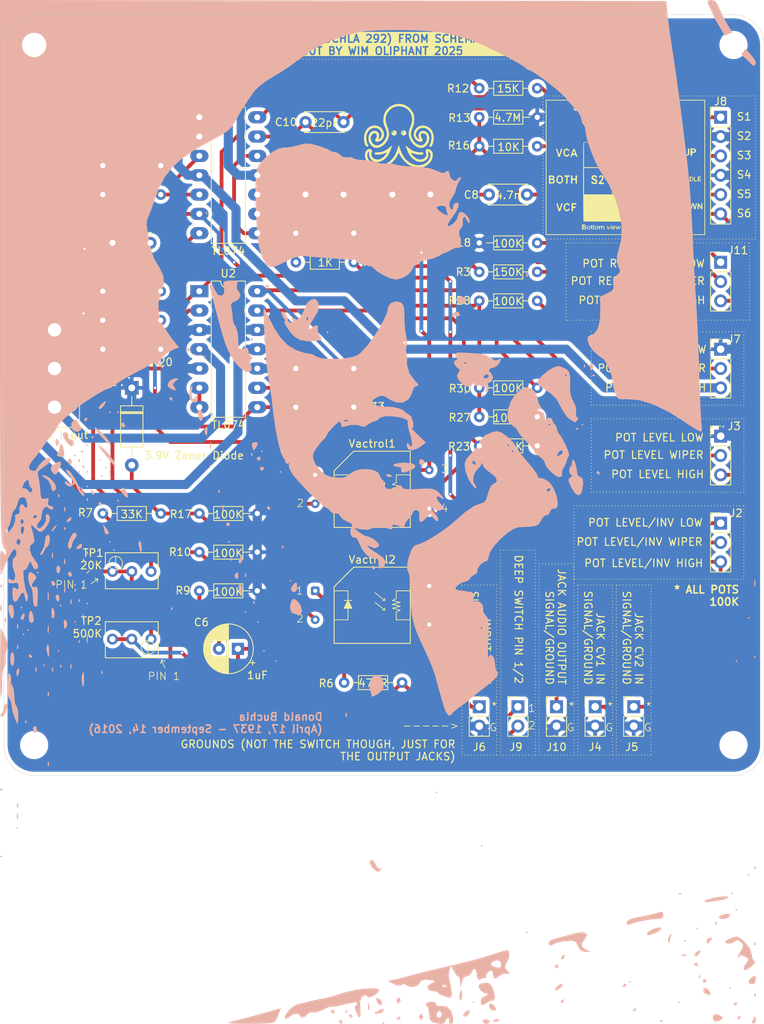
<source format=kicad_pcb>
(kicad_pcb (version 20240108) (generator "pcbnew") (generator_version "8.0")
  (layers (0 "F.Cu" signal) (31 "B.Cu" signal) (34 "B.Paste" user) (35 "F.Paste" user) (36 "B.SilkS" user "B.Silkscreen") (37 "F.SilkS" user "F.Silkscreen") (38 "B.Mask" user) (39 "F.Mask" user) (44 "Edge.Cuts" user))
  (net 0 "")
  (net 1 "Net-(C5-Pad2)")
  (net 2 "Net-(U1B--)")
  (net 3 "-12V")
  (net 4 "GND")
  (net 5 "+12V")
  (net 6 "/POTENTIOMETER_LEVEL_INVERT_L")
  (net 7 "/JACK_CV2_IN_SIGNAL")
  (net 8 "/POTENTIOMETER_LEVEL_INVERT_W")
  (net 9 "/POTENTIOMETER_LEVEL_W")
  (net 10 "/JACK_CV1_IN_SIGNAL")
  (net 11 "/JACK_AUDIO_INPUT_SIGNAL")
  (net 12 "/POTENTIOMETER_OFFSET_W")
  (net 13 "/3PDT_SWITCH_S5")
  (net 14 "/3PDT_SWITCH_S1")
  (net 15 "/3PDT_SWITCH_S6")
  (net 16 "/3PDT_SWITCH_S3")
  (net 17 "/SWITCH_DEEP_2")
  (net 18 "/SWITCH_DEEP_1")
  (net 19 "/JACK_AUDIO_OUT_SIGNAL")
  (net 20 "/POTENTIOMETER_RESONANCE_L")
  (net 21 "/POTENTIOMETER_RESONANCE_W")
  (net 22 "Net-(R33-Pad2)")
  (net 23 "Net-(Vactrol2--)")
  (net 24 "Net-(D1-A)")
  (net 25 "Net-(R7-Pad2)")
  (net 26 "Net-(U1B-+)")
  (net 27 "Net-(U1A-+)")
  (net 28 "Net-(R11-Pad2)")
  (net 29 "Net-(U1A--)")
  (net 30 "Net-(U1C-+)")
  (net 31 "Net-(U1C--)")
  (net 32 "Net-(U1D-+)")
  (net 33 "Net-(U2A--)")
  (net 34 "Net-(U2D--)")
  (net 35 "Net-(R30-Pad2)")
  (net 36 "Net-(U2C--)")
  (net 37 "Net-(U2B--)")
  (net 38 "Net-(C7-Pad2)")
  (net 39 "Net-(Vactrol1--)")
  (footprint "Resistor_THT:R_Axial_DIN0204_L3.6mm_D1.6mm_P7.62mm_Horizontal" (layer "F.Cu") (at 162.56 67.31)
    (property "Reference" "R16")
    (property "Value" "10K")
  )
  (footprint "Resistor_THT:R_Axial_DIN0204_L3.6mm_D1.6mm_P7.62mm_Horizontal" (layer "F.Cu") (at 125.73 125.73)
    (property "Reference" "R9")
    (property "Value" "100K")
  )
  (footprint "Resistor_THT:R_Axial_DIN0204_L3.6mm_D1.6mm_P7.62mm_Horizontal" (layer "F.Cu") (at 113.03 69.85)
    (property "Reference" "R11")
    (property "Value" "15K")
  )
  (footprint "Connector_PinHeader_2.54mm:PinHeader_1x06_P2.54mm_Vertical" (layer "F.Cu") (at 194.31 63.5)
    (property "Reference" "J8")
    (property "Value" "Conn_01x06_Pin" (hide yes))
  )
  (footprint "Connector_PinHeader_2.54mm:PinHeader_1x02_P2.54mm_Vertical" (layer "F.Cu") (at 172.72 140.97)
    (property "Reference" "J10")
    (property "Value" "Conn_01x02_Pin" (hide yes))
  )
  (footprint "Resistor_THT:R_Axial_DIN0204_L3.6mm_D1.6mm_P7.62mm_Horizontal" (layer "F.Cu") (at 144.78 137.795)
    (property "Reference" "R6")
    (property "Value" "470R")
  )
  (footprint "Connector_Samtec_HPM_THT:Samtec_HPM-03-01-x-S_Straight_1x03_Pitch5.08mm" (layer "F.Cu") (at 106.68 91.44)
    (property "Reference" "J1")
    (property "Value" "power input")
  )
  (footprint "Potentiometer_THT:Potentiometer_Bourns_3266Y_Vertical" (layer "F.Cu") (at 114.3 123.19 180)
    (property "Reference" "TP1")
    (property "Value" "20K")
  )
  (footprint "Connector_PinHeader_2.54mm:PinHeader_1x02_P2.54mm_Vertical" (layer "F.Cu") (at 162.56 140.97)
    (property "Reference" "J6")
    (property "Value" "Conn_01x02_Pin" (hide yes))
  )
  (footprint "Connector_PinHeader_2.54mm:PinHeader_1x02_P2.54mm_Vertical" (layer "F.Cu") (at 177.8 140.97)
    (property "Reference" "J4")
    (property "Value" "Conn_01x02_Pin" (hide yes))
  )
  (footprint "Resistor_THT:R_Axial_DIN0204_L3.6mm_D1.6mm_P7.62mm_Horizontal" (layer "F.Cu") (at 162.56 99.06)
    (property "Reference" "R30")
    (property "Value" "100K")
  )
  (footprint "Connector_PinHeader_2.54mm:PinHeader_1x03_P2.54mm_Vertical" (layer "F.Cu") (at 194.31 93.98)
    (property "Reference" "J7")
    (property "Value" "Conn_01x03_Pin" (hide yes))
  )
  (footprint "Capacitor_THT:C_Disc_D5.0mm_W2.5mm_P5.00mm" (layer "F.Cu") (at 114.3 80.01)
    (property "Reference" "C5")
    (property "Value" "2nF")
  )
  (footprint "Resistor_THT:R_Axial_DIN0204_L3.6mm_D1.6mm_P7.62mm_Horizontal" (layer "F.Cu") (at 146.05 101.6 180)
    (property "Reference" "R33")
    (property "Value" "100K")
  )
  (footprint "Capacitor_THT:C_Disc_D5.0mm_W2.5mm_P5.00mm" (layer "F.Cu") (at 139.7 73.66)
    (property "Reference" "C9")
    (property "Value" "1nF")
  )
  (footprint "LOGO" (layer "F.Cu") (at 181.81 70.02)
    (property "Reference" "G***" (hide yes))
    (property "Value" "LOGO" (hide yes))
  )
  (footprint "OptoDevice:PerkinElmer_VTL5C" (layer "F.Cu") (at 140.97 110.49)
    (property "Reference" "Vactrol1")
    (property "Value" "VTL5C3 Vactrol" (hide yes))
  )
  (footprint "Resistor_THT:R_Axial_DIN0204_L3.6mm_D1.6mm_P7.62mm_Horizontal" (layer "F.Cu") (at 162.56 63.5)
    (property "Reference" "R13")
    (property "Value" "4.7M")
  )
  (footprint "Diode_THT:D_A-405_P10.16mm_Horizontal" (layer "F.Cu") (at 116.84 99.06 -90)
    (property "Reference" "D1")
    (property "Value" "3.9V Zener Diode")
  )
  (footprint "Capacitor_THT:CP_Radial_D6.3mm_P2.50mm" (layer "F.Cu") (at 130.81 133.35 180)
    (property "Reference" "C6")
    (property "Value" "1uF")
  )
  (footprint "Resistor_THT:R_Axial_DIN0204_L3.6mm_D1.6mm_P7.62mm_Horizontal" (layer "F.Cu") (at 120.65 115.57 180)
    (property "Reference" "R7")
    (property "Value" "33K")
  )
  (footprint "Resistor_THT:R_Axial_DIN0204_L3.6mm_D1.6mm_P7.62mm_Horizontal" (layer "F.Cu") (at 113.03 90.17)
    (property "Reference" "R4")
    (property "Value" "470K")
  )
  (footprint "Resistor_THT:R_Axial_DIN0204_L3.6mm_D1.6mm_P7.62mm_Horizontal" (layer "F.Cu") (at 113.03 86.36)
    (property "Reference" "R5")
    (property "Value" "100K")
  )
  (footprint "MountingHole:MountingHole_3.2mm_M3" (layer "F.Cu") (at 104 54)
    (property "Reference" "REF**" (hide yes))
    (property "Value" "MountingHole_3.2mm_M3" (hide yes))
  )
  (footprint "Connector_PinHeader_2.54mm:PinHeader_1x03_P2.54mm_Vertical" (layer "F.Cu") (at 194.31 116.84)
    (property "Reference" "J2")
    (property "Value" "Conn_01x03_Pin" (hide yes))
  )
  (footprint "Resistor_THT:R_Axial_DIN0204_L3.6mm_D1.6mm_P7.62mm_Horizontal" (layer "F.Cu") (at 162.56 106.68)
    (property "Reference" "R23")
    (property "Value" "100K")
  )
  (footprint "Resistor_THT:R_Axial_DIN0204_L3.6mm_D1.6mm_P7.62mm_Horizontal" (layer "F.Cu") (at 125.73 120.65)
    (property "Reference" "R10")
    (property "Value" "100K")
  )
  (footprint "Capacitor_THT:C_Disc_D5.0mm_W2.5mm_P5.00mm" (layer "F.Cu") (at 163.83 73.66)
    (property "Reference" "C8")
    (property "Value" "4.7n")
  )
  (footprint "Resistor_THT:R_Axial_DIN0204_L3.6mm_D1.6mm_P7.62mm_Horizontal" (layer "F.Cu") (at 113.03 73.66)
    (property "Reference" "R8")
    (property "Value" "10K")
  )
  (footprint "Package_DIP:DIP-14_W7.62mm_LongPads" (layer "F.Cu") (at 125.73 86.36)
    (property "Reference" "U2")
    (property "Value" "TL074")
  )
  (footprint "Resistor_THT:R_Axial_DIN0204_L3.6mm_D1.6mm_P7.62mm_Horizontal" (layer "F.Cu") (at 138.43 78.74)
    (property "Reference" "R14")
    (property "Value" "10K")
  )
  (footprint "Package_DIP:DIP-14_W7.62mm_LongPads" (layer "F.Cu") (at 125.73 63.5)
    (property "Reference" "U1")
    (property "Value" "TL074")
  )
  (footprint "LOGO" (layer "F.Cu") (at 152.044 66.088)
    (property "Reference" "G***" (hide yes))
    (property "Value" "LOGO" (hide yes))
  )
  (footprint "Resistor_THT:R_Axial_DIN0204_L3.6mm_D1.6mm_P7.62mm_Horizontal" (layer "F.Cu") (at 146.05 82.55 180)
    (property "Reference" "R15")
    (property "Value" "1K")
  )
  (footprint "MountingHole:MountingHole_3.2mm_M3" (layer "F.Cu") (at 196 146)
    (property "Reference" "REF**" (hide yes))
    (property "Value" "MountingHole_3.2mm_M3" (hide yes))
  )
  (footprint "Resistor_THT:R_Axial_DIN0204_L3.6mm_D1.6mm_P7.62mm_Horizontal" (layer "F.Cu") (at 146.05 96.52 180)
    (property "Reference" "R31")
    (property "Value" "100K")
  )
  (footprint "Connector_PinHeader_2.54mm:PinHeader_1x03_P2.54mm_Vertical" (layer "F.Cu") (at 194.31 82.55)
    (property "Reference" "J11")
    (property "Value" "Conn_01x03_Pin" (hide yes))
  )
  (footprint "Resistor_THT:R_Axial_DIN0204_L3.6mm_D1.6mm_P7.62mm_Horizontal" (layer "F.Cu") (at 170.18 87.63 180)
    (property "Reference" "R28")
    (property "Value" "100K")
  )
  (footprint "Potentiometer_THT:Potentiometer_Bourns_3266Y_Vertical" (layer "F.Cu") (at 119.38 132.08)
    (property "Reference" "TP2")
    (property "Value" "500K")
  )
  (footprint "Capacitor_THT:C_Disc_D5.0mm_W2.5mm_P5.00mm" (layer "F.Cu") (at 151.13 73.66)
    (property "Reference" "C7")
    (property "Value" "220p")
  )
  (footprint "Connector_PinHeader_2.54mm:PinHeader_1x02_P2.54mm_Vertical" (layer "F.Cu") (at 167.64 140.97)
    (property "Reference" "J9")
    (property "Value" "Conn_01x02_Pin" (hide yes))
  )
  (footprint "Capacitor_THT:C_Disc_D5.0mm_W2.5mm_P5.00mm" (layer "F.Cu") (at 139.7 64.135)
    (property "Reference" "C10")
    (property "Value" "22pF")
  )
  (footprint "MountingHole:MountingHole_3.2mm_M3" (layer "F.Cu") (at 104 146)
    (property "Reference" "REF**" (hide yes))
    (property "Value" "MountingHole_3.2mm_M3" (hide yes))
  )
  (footprint "Resistor_THT:R_Axial_DIN0204_L3.6mm_D1.6mm_P7.62mm_Horizontal" (layer "F.Cu") (at 125.73 115.57)
    (property "Reference" "R17")
    (property "Value" "100K")
  )
  (footprint "Resistor_THT:R_Axial_DIN0204_L3.6mm_D1.6mm_P7.62mm_Horizontal" (layer "F.Cu") (at 162.56 59.69)
    (property "Reference" "R12")
    (property "Value" "15K")
  )
  (footprint "Connector_PinHeader_2.54mm:PinHeader_1x03_P2.54mm_Vertical" (layer "F.Cu") (at 194.31 105.41)
    (property "Reference" "J3")
    (property "Value" "Conn_01x03_Pin" (hide yes))
  )
  (footprint "Resistor_THT:R_Axial_DIN0204_L3.6mm_D1.6mm_P7.62mm_Horizontal" (layer "F.Cu") (at 120.65 93.98 180)
    (property "Reference" "R20")
    (property "Value" "100K")
  )
  (footprint "OptoDevice:PerkinElmer_VTL5C" (layer "F.Cu") (at 140.97 125.73)
    (property "Reference" "Vactrol2")
    (property "Value" "VTL5C3 Vactrol" (hide yes))
  )
  (footprint "Resistor_THT:R_Axial_DIN0204_L3.6mm_D1.6mm_P7.62mm_Horizontal" (layer "F.Cu") (at 162.56 80.01)
    (property "Reference" "R18")
    (property "Value" "100K")
  )
  (footprint "Connector_PinHeader_2.54mm:PinHeader_1x02_P2.54mm_Vertical" (layer "F.Cu") (at 182.88 140.97)
    (property "Reference" "J5")
    (property "Value" "Conn_01x02_Pin" (hide yes))
  )
  (footprint "MountingHole:MountingHole_3.2mm_M3" (layer "F.Cu") (at 196 54)
    (property "Reference" "REF**" (hide yes))
    (property "Value" "MountingHole_3.2mm_M3" (hide yes))
  )
  (footprint "Resistor_THT:R_Axial_DIN0204_L3.6mm_D1.6mm_P7.62mm_Horizontal" (layer "F.Cu") (at 170.18 83.82 180)
    (property "Reference" "R3")
    (property "Value" "150K")
  )
  (footprint "Resistor_THT:R_Axial_DIN0204_L3.6mm_D1.6mm_P7.62mm_Horizontal" (layer "F.Cu") (at 170.18 102.87 180)
    (property "Reference" "R27")
    (property "Value" "100K")
  )
  (footprint "LOGO" (layer "B.Cu") (at 149.225 115.375 180)
    (property "Reference" "G***")
    (property "Value" "LOGO" (hide yes))
  )
  (gr_line (start 152.146 113.03) (end 151.638 113.284) (stroke (width 0.1)) (layer "F.SilkS"))
  (gr_circle (center 114.72 122.11) (end 115.5 122.57) (stroke (width 0.1)) (fill none) (layer "F.SilkS"))
  (gr_line (start 151.638 129.54) (end 153.416 129.54) (stroke (width 0.1)) (layer "F.SilkS"))
  (gr_line (start 144.78 111.76) (end 145.796 111.76) (stroke (width 0.1)) (layer "F.SilkS"))
  (gr_line (start 148.844 110.744) (end 150.114 111.76) (stroke (width 0.1)) (layer "F.SilkS"))
  (gr_line (start 153.416 110.49) (end 151.638 110.49) (stroke (width 0.1)) (layer "F.SilkS"))
  (gr_poly (pts (xy 145.288 111.76) (xy 144.78 112.776) (xy 145.796 112.776)) (stroke (width 0.1)) (fill solid) (layer "F.SilkS"))
  (gr_line (start 120.8 134.82) (end 121.22 135.01) (stroke (width 0.1)) (layer "F.SilkS"))
  (gr_line (start 151.13 112.268) (end 152.146 112.522) (stroke (width 0.1)) (layer "F.SilkS"))
  (gr_line (start 114.72 121.22) (end 114.73 123.02) (stroke (width 0.1)) (layer "F.SilkS"))
  (gr_line (start 145.288 127) (end 144.78 128.016) (stroke (width 0.1)) (layer "F.SilkS"))
  (gr_line (start 151.13 127) (end 152.146 127.254) (stroke (width 0.1)) (layer "F.SilkS"))
  (gr_line (start 151.638 111.506) (end 151.13 111.76) (stroke (width 0.1)) (layer "F.SilkS"))
  (gr_line (start 153.416 125.73) (end 151.638 125.73) (stroke (width 0.1)) (layer "F.SilkS"))
  (gr_line (start 112.38 124.2) (end 112.3 124.56) (stroke (width 0.1)) (layer "F.SilkS"))
  (gr_line (start 120.76 134.87) (end 120.66 135.26) (stroke (width 0.1)) (layer "F.SilkS"))
  (gr_line (start 152.146 128.27) (end 151.638 128.524) (stroke (width 0.1)) (layer "F.SilkS"))
  (gr_line (start 144.78 112.776) (end 145.796 112.776) (stroke (width 0.1)) (layer "F.SilkS"))
  (gr_line (start 150.114 111.506) (end 150.114 111.76) (stroke (width 0.1)) (layer "F.SilkS"))
  (gr_line (start 119 134.05) (end 118.99 132.34) (stroke (width 0.1)) (layer "F.SilkS"))
  (gr_line (start 111.5 124.79) (end 112.38 124.18) (stroke (width 0.1)) (layer "F.SilkS"))
  (gr_line (start 143.51 125.73) (end 145.288 125.73) (stroke (width 0.1)) (layer "F.SilkS"))
  (gr_rect (start 184.22 66.84) (end 187.66 70.06) (stroke (width 0.1)) (fill solid) (layer "F.SilkS"))
  (gr_rect (start 170.434 122.174) (end 175.006 147.32) (stroke (width 0.1) (type dot)) (fill none) (layer "F.SilkS"))
  (gr_line (start 111.97 124.12) (end 112.38 124.2) (stroke (width 0.1)) (layer "F.SilkS"))
  (gr_rect (start 177.292 103.124) (end 197.358 112.776) (stroke (width 0.1) (type dot)) (fill none) (layer "F.SilkS"))
  (gr_line (start 151.638 113.284) (end 151.638 114.3) (stroke (width 0.1)) (layer "F.SilkS"))
  (gr_rect (start 175.006 114.554) (end 197.358 124.206) (stroke (width 0.1) (type dot)) (fill none) (layer "F.SilkS"))
  (gr_line (start 150.114 111.76) (end 149.86 111.76) (stroke (width 0.1)) (layer "F.SilkS"))
  (gr_line (start 151.638 125.73) (end 151.638 126.746) (stroke (width 0.1)) (layer "F.SilkS"))
  (gr_line (start 145.288 114.3) (end 143.51 114.3) (stroke (width 0.1)) (layer "F.SilkS"))
  (gr_line (start 121.22 135.85) (end 120.76 134.87) (stroke (width 0.1)) (layer "F.SilkS"))
  (gr_rect (start 173.99 80.01) (end 198.12 90.17) (stroke (width 0.1) (type dot)) (fill none) (layer "F.SilkS"))
  (gr_line (start 143.51 110.49) (end 145.288 110.49) (stroke (width 0.1)) (layer "F.SilkS"))
  (gr_line (start 150.114 111.76) (end 150.114 111.506) (stroke (width 0.1)) (layer "F.SilkS"))
  (gr_line (start 151.638 110.49) (end 151.638 111.506) (stroke (width 0.1)) (layer "F.SilkS"))
  (gr_line (start 150.114 128.27) (end 149.86 128.27) (stroke (width 0.1)) (layer "F.SilkS"))
  (gr_line (start 145.288 110.49) (end 145.288 114.3) (stroke (width 0.1)) (layer "F.SilkS"))
  (gr_line (start 112.38 124.18) (end 111.97 124.12) (stroke (width 0.1)) (layer "F.SilkS"))
  (gr_line (start 150.114 127) (end 149.86 127) (stroke (width 0.1)) (layer "F.SilkS"))
  (gr_line (start 144.78 127) (end 145.796 127) (stroke (width 0.1)) (layer "F.SilkS"))
  (gr_rect (start 170.942 60.706) (end 198.882 79.502) (stroke (width 0.1) (type dot)) (fill none) (layer "F.SilkS"))
  (gr_circle (center 118.99 133.18) (end 119.82 133.54) (stroke (width 0.1)) (fill none) (layer "F.SilkS"))
  (gr_line (start 148.844 112.014) (end 150.114 113.03) (stroke (width 0.1)) (layer "F.SilkS"))
  (gr_rect (start 165.354 120.396) (end 169.926 147.32) (stroke (width 0.1) (type dot)) (fill none) (layer "F.SilkS"))
  (gr_line (start 152.146 112.014) (end 151.13 112.268) (stroke (width 0.1)) (layer "F.SilkS"))
  (gr_line (start 150.114 113.03) (end 150.114 112.776) (stroke (width 0.1)) (layer "F.SilkS"))
  (gr_rect (start 177.292 91.694) (end 197.358 101.346) (stroke (width 0.1) (type dot)) (fill none) (layer "F.SilkS"))
  (gr_line (start 145.288 125.73) (end 145.288 129.54) (stroke (width 0.1)) (layer "F.SilkS"))
  (gr_line (start 151.13 128.016) (end 152.146 128.27) (stroke (width 0.1)) (layer "F.SilkS"))
  (gr_line (start 145.796 128.016) (end 145.288 127) (stroke (width 0.1)) (layer "F.SilkS"))
  (gr_line (start 148.844 127.254) (end 150.114 128.27) (stroke (width 0.1)) (layer "F.SilkS"))
  (gr_poly (pts (xy 145.288 127) (xy 144.78 128.016) (xy 145.796 128.016)) (stroke (width 0.1)) (fill solid) (layer "F.SilkS"))
  (gr_line (start 152.146 127.762) (end 151.13 128.016) (stroke (width 0.1)) (layer "F.SilkS"))
  (gr_rect (start 160.274 124.968) (end 164.846 147.32) (stroke (width 0.1) (type dot)) (fill none) (layer "F.SilkS"))
  (gr_rect (start 176.31 73.72) (end 184.16 77.15) (stroke (width 0.1)) (fill solid) (layer "F.SilkS"))
  (gr_line (start 151.638 114.3) (end 153.416 114.3) (stroke (width 0.1)) (layer "F.SilkS"))
  (gr_line (start 150.114 113.03) (end 149.86 113.03) (stroke (width 0.1)) (layer "F.SilkS"))
  (gr_rect (start 175.514 124.968) (end 180.086 147.32) (stroke (width 0.1) (type dot)) (fill none) (layer "F.SilkS"))
  (gr_line (start 152.146 127.254) (end 151.13 127.508) (stroke (width 0.1)) (layer "F.SilkS"))
  (gr_line (start 150.114 126.746) (end 150.114 127) (stroke (width 0.1)) (layer "F.SilkS"))
  (gr_line (start 151.13 127.508) (end 152.146 127.762) (stroke (width 0.1)) (layer "F.SilkS"))
  (gr_line (start 150.114 128.27) (end 150.114 128.016) (stroke (width 0.1)) (layer "F.SilkS"))
  (gr_line (start 145.288 129.54) (end 143.51 129.54) (stroke (width 0.1)) (layer "F.SilkS"))
  (gr_line (start 148.844 125.984) (end 150.114 127) (stroke (width 0.1)) (layer "F.SilkS"))
  (gr_rect (start 171.35 61.25) (end 192.22 78.92) (stroke (width 0.1)) (fill none) (layer "F.SilkS"))
  (gr_line (start 150.114 127) (end 150.114 126.746) (stroke (width 0.1)) (layer "F.SilkS"))
  (gr_line (start 145.796 112.776) (end 145.288 111.76) (stroke (width 0.1)) (layer "F.SilkS"))
  (gr_line (start 152.146 112.522) (end 151.13 112.776) (stroke (width 0.1)) (layer "F.SilkS"))
  (gr_line (start 120.66 135.26) (end 120.8 134.82) (stroke (width 0.1)) (layer "F.SilkS"))
  (gr_rect (start 110.236 51.816) (end 172.974 55.88) (stroke (width 0.1) (type dot)) (fill none) (layer "F.SilkS"))
  (gr_line (start 144.78 128.016) (end 145.796 128.016) (stroke (width 0.1)) (layer "F.SilkS"))
  (gr_line (start 151.13 112.776) (end 152.146 113.03) (stroke (width 0.1)) (layer "F.SilkS"))
  (gr_line (start 151.638 126.746) (end 151.13 127) (stroke (width 0.1)) (layer "F.SilkS"))
  (gr_rect (start 180.594 124.968) (end 185.166 147.32) (stroke (width 0.1) (type dot)) (fill none) (layer "F.SilkS"))
  (gr_line (start 145.288 111.76) (end 144.78 112.776) (stroke (width 0.1)) (layer "F.SilkS"))
  (gr_line (start 151.13 111.76) (end 152.146 112.014) (stroke (width 0.1)) (layer "F.SilkS"))
  (gr_line (start 151.638 128.524) (end 151.638 129.54) (stroke (width 0.1)) (layer "F.SilkS"))
  (gr_arc (start 196 50) (mid 198.828427 51.171573) (end 200 54) (stroke (width 0.05)) (layer "Edge.Cuts"))
  (gr_line (start 104 50) (end 196 50) (stroke (width 0.05)) (layer "Edge.Cuts"))
  (gr_arc (start 200 146) (mid 198.828427 148.828427) (end 196 150) (stroke (width 0.05)) (layer "Edge.Cuts"))
  (gr_line (start 100 146) (end 100 54) (stroke (width 0.05)) (layer "Edge.Cuts"))
  (gr_line (start 200 54) (end 200 146) (stroke (width 0.05)) (layer "Edge.Cuts"))
  (gr_line (start 196 150) (end 104 150) (stroke (width 0.05)) (layer "Edge.Cuts"))
  (gr_arc (start 100 54) (mid 101.171573 51.171573) (end 104 50) (stroke (width 0.05)) (layer "Edge.Cuts"))
  (gr_arc (start 104 150) (mid 101.171573 148.828427) (end 100 146) (stroke (width 0.05)) (layer "Edge.Cuts"))
  (gr_text "Donald Buchla\n(April 17, 1937 - September 14, 2016)" (at 142.055 144.475 0) (layer "B.SilkS") (effects (font (size 1 1) (thickness 0.2) (bold yes)) (justify left bottom mirror)))
  (gr_text "POT RESONANCE LOW" (at 176.022 83.312 0) (layer "F.SilkS") (effects (font (size 1 1)) (justify left bottom)))
  (gr_text "3" (at 157.45 110.325 0) (layer "F.SilkS") (effects (font (size 1 1) (thickness 0.1)) (justify left bottom)))
  (gr_text "DEEP SWITCH PIN 1/2" (at 167.132 120.904 270) (layer "F.SilkS") (effects (font (size 1 1)) (justify left bottom)))
  (gr_text "S2" (at 196.342 66.548 0) (layer "F.SilkS") (effects (font (size 1 1)) (justify left bottom)))
  (gr_text "4" (at 157.45 115.45 0) (layer "F.SilkS") (effects (font (size 1 1) (thickness 0.1)) (justify left bottom)))
  (gr_text "----->" (at 152.4 144.018 0) (layer "F.SilkS") (effects (font (size 1 1) (thickness 0.1)) (justify left bottom)))
  (gr_text "S5" (at 196.342 74.168 0) (layer "F.SilkS") (effects (font (size 1 1)) (justify left bottom)))
  (gr_text "G" (at 179.07 144.272 0) (layer "F.SilkS") (effects (font (size 1 1) (thickness 0.1)) (justify left bottom)))
  (gr_text "POT LEVEL/INV LOW" (at 176.784 117.348 0) (layer "F.SilkS") (effects (font (size 1 1)) (justify left bottom)))
  (gr_text "1" (at 168.91 141.732 0) (layer "F.SilkS") (effects (font (size 1 1) (thickness 0.1)) (justify left bottom)))
  (gr_text "G" (at 163.83 144.272 0) (layer "F.SilkS") (effects (font (size 1 1) (thickness 0.1)) (justify left bottom)))
  (gr_text "JACK CV1 IN\nSIGNAL/GROUND" (at 176.276 138.176 270) (layer "F.SilkS") (effects (font (size 1 1)) (justify right bottom)))
  (gr_text "POT RESONANCE WIPER" (at 174.498 85.598 0) (layer "F.SilkS") (effects (font (size 1 1)) (justify left bottom)))
  (gr_text "POT OFFSET WIPER" (at 178.035 97.058 0) (layer "F.SilkS") (effects (font (size 1 1)) (justify left bottom)))
  (gr_text "POT OFFSET HIGH" (at 179.024 99.598 0) (layer "F.SilkS") (effects (font (size 1 1)) (justify left bottom)))
  (gr_text "+12V" (at 101.06 99.3 270) (layer "F.SilkS") (effects (font (size 1 1) (thickness 0.1)) (justify left bottom)))
  (gr_text "*" (at 174.244 141.478 0) (layer "F.SilkS") (effects (font (size 1 1) (thickness 0.1)) (justify left bottom)))
  (gr_text "S4" (at 196.342 71.628 0) (layer "F.SilkS") (effects (font (size 1 1)) (justify left bottom)))
  (gr_text "*" (at 179.324 141.478 0) (layer "F.SilkS") (effects (font (size 1 1) (thickness 0.1)) (justify left bottom)))
  (gr_text "GROUNDS (NOT THE SWITCH THOUGH, JUST FOR\nTHE OUTPUT JACKS)" (at 159.512 148.082 0) (layer "F.SilkS") (effects (font (size 1 1)) (justify right bottom)))
  (gr_text "-12V" (at 101.06 89.53 -90) (layer "F.SilkS") (effects (font (size 1 1) (thickness 0.1)) (justify left bottom)))
  (gr_text "3" (at 157.4 125.5 0) (layer "F.SilkS") (effects (font (size 1 1) (thickness 0.1)) (justify left bottom)))
  (gr_text "JACK CV2 IN\nSIGNAL/GROUND" (at 181.356 138.176 270) (layer "F.SilkS") (effects (font (size 1 1)) (justify right bottom)))
  (gr_text "G" (at 184.15 144.272 0) (layer "F.SilkS") (effects (font (size 1 1) (thickness 0.1)) (justify left bottom)))
  (gr_text "S1" (at 196.342 64.008 0) (layer "F.SilkS") (effects (font (size 1 1)) (justify left bottom)))
  (gr_text "POT LEVEL LOW" (at 180.34 106.172 0) (layer "F.SilkS") (effects (font (size 1 1)) (justify left bottom)))
  (gr_text "PIN 1" (at 106.71 125.5 0) (layer "F.SilkS") (effects (font (size 1 1) (thickness 0.1)) (justify left bottom)))
  (gr_text "S6" (at 196.342 76.708 0) (layer "F.SilkS") (effects (font (size 1 1)) (justify left bottom)))
  (gr_text "JACK AUDIO OUTPUT\nSIGNAL/GROUND" (at 171.196 138.176 270) (layer "F.SilkS") (effects (font (size 1 1)) (justify right bottom)))
  (gr_text "POT RESONANCE HIGH" (at 175.514 88.138 0) (layer "F.SilkS") (effects (font (size 1 1)) (justify left bottom)))
  (gr_text "2" (at 168.91 144.018 0) (layer "F.SilkS") (effects (font (size 1 1) (thickness 0.1)) (justify left bottom)))
  (gr_text "G" (at 173.99 144.272 0) (layer "F.SilkS") (effects (font (size 1 1) (thickness 0.1)) (justify left bottom)))
  (gr_text "POT LEVEL HIGH" (at 179.82 110.998 0) (layer "F.SilkS") (effects (font (size 1 1)) (justify left bottom)))
  (gr_text "* ALL POTS\n100K" (at 196.85 127.762 0) (layer "F.SilkS") (effects (font (size 1 1) (thickness 0.2) (bold yes)) (justify right bottom)))
  (gr_text "RESONANT LOW-PASS GATE (BASED ON BUCHLA 292) FROM SCHEMATIC REDRAWN\nBY WWW.EDDYBERGMAN.COM. PCB LAYOUT BY WIM OLIPHANT 2025" (at 110.49 55.372 0) (layer "F.SilkS" knockout) (effects (font (size 1 1) (thickness 0.2) (bold yes)) (justify left bottom)))
  (gr_text "POT LEVEL/INV HIGH" (at 176.276 122.682 0) (layer "F.SilkS") (effects (font (size 1 1)) (justify left bottom)))
  (gr_text "G" (at 101.06 95.84 270) (layer "F.SilkS") (effects (font (size 1 1) (thickness 0.1)) (justify left bottom)))
  (gr_text "POT LEVEL/INV WIPER" (at 175.26 119.888 0) (layer "F.SilkS") (effects (font (size 1 1)) (justify left bottom)))
  (gr_text "2" (at 138.425 129.975 0) (layer "F.SilkS") (effects (font (size 1 1) (thickness 0.1)) (justify left bottom)))
  (gr_text "4" (at 157.4 130.625 0) (layer "F.SilkS") (effects (font (size 1 1) (thickness 0.1)) (justify left bottom)))
  (gr_text "1" (at 138.425 111.125 0) (layer "F.SilkS") (effects (font (size 1 1) (thickness 0.1)) (justify left bottom)))
  (gr_text "INPUT JACK\nSIGNAL/GROUND" (at 161.29 138.176 270) (layer "F.SilkS") (effects (font (size 1 1)) (justify right bottom)))
  (gr_text "1" (at 138.375 126.3 0) (layer "F.SilkS") (effects (font (size 1 1) (thickness 0.1)) (justify left bottom)))
  (gr_text "S3" (at 196.342 69.088 0) (layer "F.SilkS") (effects (font (size 1 1)) (justify left bottom)))
  (gr_text "PIN 1" (at 118.88 137.54 0) (layer "F.SilkS") (effects (font (size 1 1) (thickness 0.1)) (justify left bottom)))
  (gr_text "*" (at 184.404 141.478 0) (layer "F.SilkS") (effects (font (size 1 1) (thickness 0.1)) (justify left bottom)))
  (gr_text "POT OFFSET LOW" (at 179.631 94.592 0) (layer "F.SilkS") (effects (font (size 1 1)) (justify left bottom)))
  (gr_text "2" (at 138.475 114.8 0) (layer "F.SilkS") (effects (font (size 1 1) (thickness 0.1)) (justify left bottom)))
  (gr_text "*" (at 164.084 141.478 0) (layer "F.SilkS") (effects (font (size 1 1) (thickness 0.1)) (justify left bottom)))
  (gr_text "POT LEVEL WIPER" (at 178.816 108.458 0) (layer "F.SilkS") (effects (font (size 1 1)) (justify left bottom)))
  (segment (start 119.3 80.01) (end 118.618 80.692) (width 0.5) (layer "B.Cu") (net 1))
  (segment (start 118.618 80.692) (end 118.618 88.138) (width 0.5) (layer "B.Cu") (net 1))
  (segment (start 118.618 88.138) (end 120.65 90.17) (width 0.5) (layer "B.Cu") (net 1))
  (segment (start 147.32 80.772) (end 143.256 80.772) (width 0.5) (layer "F.Cu") (net 2))
  (segment (start 119.38 128.905) (end 116.84 126.365) (width 0.5) (layer "F.Cu") (net 2))
  (segment (start 104.14 89.662) (end 104.14 105.41) (width 0.5) (layer "F.Cu") (net 2))
  (segment (start 132.08 84.328) (end 130.302 82.55) (width 0.5) (layer "F.Cu") (net 2))
  (segment (start 104.14 105.41) (end 109.22 110.49) (width 0.5) (layer "F.Cu") (net 2))
  (segment (start 114.3 80.01) (end 113.792 80.01) (width 0.5) (layer "F.Cu") (net 2))
  (segment (start 125.73 76.2) (end 118.11 76.2) (width 0.5) (layer "F.Cu") (net 2))
  (segment (start 110.49 120.65) (end 113.03 123.19) (width 0.5) (layer "F.Cu") (net 2))
  (segment (start 119.38 132.08) (end 119.38 128.905) (width 0.5) (layer "F.Cu") (net 2))
  (segment (start 113.03 123.19) (end 114.3 123.19) (width 0.5) (layer "F.Cu") (net 2))
  (segment (start 116.84 126.365) (end 116.84 123.19) (width 0.5) (layer "F.Cu") (net 2))
  (segment (start 161.798 83.058) (end 149.606 83.058) (width 0.5) (layer "F.Cu") (net 2))
  (segment (start 149.606 83.058) (end 147.32 80.772) (width 0.5) (layer "F.Cu") (net 2))
  (segment (start 109.22 111.76) (end 110.49 113.03) (width 0.5) (layer "F.Cu") (net 2))
  (segment (start 109.22 110.49) (end 109.22 111.76) (width 0.5) (layer "F.Cu") (net 2))
  (segment (start 120.65 86.36) (end 114.3 80.01) (width 0.5) (layer "F.Cu") (net 2))
  (segment (start 118.11 76.2) (end 114.3 80.01) (width 0.5) (layer "F.Cu") (net 2))
  (segment (start 143.256 80.772) (end 139.7 84.328) (width 0.5) (layer "F.Cu") (net 2))
  (segment (start 114.3 123.19) (end 116.84 123.19) (width 0.5) (layer "F.Cu") (net 2))
  (segment (start 113.792 80.01) (end 104.14 89.662) (width 0.5) (layer "F.Cu") (net 2))
  (segment (start 139.7 84.328) (end 132.08 84.328) (width 0.5) (layer "F.Cu") (net 2))
  (segment (start 162.56 83.82) (end 161.798 83.058) (width 0.5) (layer "F.Cu") (net 2))
  (segment (start 110.49 113.03) (end 110.49 120.65) (width 0.5) (layer "F.Cu") (net 2))
  (via (at 130.302 82.55) (size 0.5) (drill 0.3) (layers "F.Cu" "B.Cu") (net 2))
  (segment (start 128.27 78.74) (end 128.27 80.518) (width 0.5) (layer "B.Cu") (net 2))
  (segment (start 128.27 80.518) (end 130.302 82.55) (width 0.5) (layer "B.Cu") (net 2))
  (segment (start 125.73 76.2) (end 128.27 78.74) (width 0.5) (layer "B.Cu") (net 2))
  (segment (start 110.49 64.008) (end 106.68 67.818) (width 1.2) (layer "B.Cu") (net 3))
  (segment (start 118.872 64.008) (end 110.49 64.008) (width 1.2) (layer "B.Cu") (net 3))
  (segment (start 106.68 91.44) (end 104.14 91.44) (width 1.2) (layer "B.Cu") (net 3))
  (segment (start 128.016 60.706) (end 122.174 60.706) (width 1.2) (layer "B.Cu") (net 3))
  (segment (start 123.952 111.76) (end 130.81 104.902) (width 1.2) (layer "B.Cu") (net 3))
  (segment (start 101.6 102.87) (end 110.49 111.76) (width 1.2) (layer "B.Cu") (net 3))
  (segment (start 106.68 67.818) (end 106.68 91.44) (width 1.2) (layer "B.Cu") (net 3))
  (segment (start 129.54 69.85) (end 129.54 62.23) (width 1.2) (layer "B.Cu") (net 3))
  (segment (start 130.81 71.12) (end 129.54 69.85) (width 1.2) (layer "B.Cu") (net 3))
  (segment (start 133.35 71.12) (end 130.81 71.12) (width 1.2) (layer "B.Cu") (net 3))
  (segment (start 129.54 62.23) (end 128.016 60.706) (width 1.2) (layer "B.Cu") (net 3))
  (segment (start 130.81 95.25) (end 132.08 93.98) (width 1.2) (layer "B.Cu") (net 3))
  (segment (start 101.6 93.98) (end 101.6 102.87) (width 1.2) (layer "B.Cu") (net 3))
  (segment (start 130.81 104.902) (end 130.81 95.25) (width 1.2) (layer "B.Cu") (net 3))
  (segment (start 132.08 93.98) (end 133.35 93.98) (width 1.2) (layer "B.Cu") (net 3))
  (segment (start 110.49 111.76) (end 123.952 111.76) (width 1.2) (layer "B.Cu") (net 3))
  (segment (start 104.14 91.44) (end 101.6 93.98) (width 1.2) (layer "B.Cu") (net 3))
  (segment (start 122.174 60.706) (end 118.872 64.008) (width 1.2) (layer "B.Cu") (net 3))
  (segment (start 170.434 145.796) (end 172.72 143.51) (width 1.2) (layer "B.Cu") (net 4))
  (segment (start 122.936 92.964) (end 122.936 95.504) (width 1.2) (layer "B.Cu") (net 4))
  (segment (start 136.652 95.504) (end 135.636 96.52) (width 1.2) (layer "B.Cu") (net 4))
  (segment (start 122.428 101.6) (end 122.428 96.52) (width 1.2) (layer "B.Cu") (net 4))
  (segment (start 129.54 85.09) (end 129.54 91.44) (width 1.2) (layer "B.Cu") (net 4))
  (segment (start 124.46 91.44) (end 122.936 92.964) (width 1.2) (layer "B.Cu") (net 4))
  (segment (start 127 82.55) (end 129.54 85.09) (width 1.2) (layer "B.Cu") (net 4))
  (segment (start 136.652 92.964) (end 136.652 95.504) (width 1.2) (layer "B.Cu") (net 4))
  (segment (start 116.84 73.66) (end 120.65 77.47) (width 1.2) (layer "B.Cu") (net 4))
  (segment (start 133.35 91.44) (end 125.73 91.44) (width 1.2) (layer "B.Cu") (net 4))
  (segment (start 120.904 103.124) (end 122.428 101.6) (width 1.2) (layer "B.Cu") (net 4))
  (segment (start 125.73 91.44) (end 124.46 91.44) (width 1.2) (layer "B.Cu") (net 4))
  (segment (start 134.112 126.492) (end 133.35 125.73) (width 1.2) (layer "B.Cu") (net 4))
  (segment (start 197.104 72.644) (end 197.104 92.964) (width 1.2) (layer "B.Cu") (net 4))
  (segment (start 134.112 139.7) (end 134.112 126.492) (width 1.2) (layer "B.Cu") (net 4))
  (segment (start 177.292 66.04) (end 174.752 63.5) (width 1.2) (layer "B.Cu") (net 4))
  (segment (start 135.636 96.52) (end 133.35 96.52) (width 1.2) (layer "B.Cu") (net 4))
  (segment (start 106.68 96.52) (end 114.3 96.52) (width 1.2) (layer "B.Cu") (net 4))
  (segment (start 133.35 120.65) (end 133.35 125.73) (width 1.2) (layer "B.Cu") (net 4))
  (segment (start 157.48 80.01) (end 162.56 80.01) (width 1.2) (layer "B.Cu") (net 4))
  (segment (start 113.03 73.66) (end 116.84 73.66) (width 1.2) (layer "B.Cu") (net 4))
  (segment (start 177.8 143.51) (end 182.88 143.51) (width 1.2) (layer "B.Cu") (net 4))
  (segment (start 122.428 96.52) (end 122.936 96.012) (width 1.2) (layer "B.Cu") (net 4))
  (segment (start 135.636 96.52) (end 136.144 97.028) (width 1.2) (layer "B.Cu") (net 4))
  (segment (start 163.83 80.01) (end 166.116 77.724) (width 1.2) (layer "B.Cu") (net 4))
  (segment (start 174.752 63.5) (end 170.18 63.5) (width 1.2) (layer "B.Cu") (net 4))
  (segment (start 133.35 115.57) (end 133.35 120.65) (width 1.2) (layer "B.Cu") (net 4))
  (segment (start 116.84 99.06) (end 116.84 102.108) (width 1.2) (layer "B.Cu") (net 4))
  (segment (start 194.31 105.41) (end 197.358 105.41) (width 1.2) (layer "B.Cu") (net 4))
  (segment (start 195.58 71.12) (end 197.104 72.644) (width 1.2) (layer "B.Cu") (net 4))
  (segment (start 162.56 143.51) (end 137.922 143.51) (width 1.2) (layer "B.Cu") (net 4))
  (segment (start 120.65 77.47) (end 125.73 82.55) (width 1.2) (layer "B.Cu") (net 4))
  (segment (start 162.56 80.01) (end 163.83 80.01) (width 1.2) (layer "B.Cu") (net 4))
  (segment (start 195.58 66.04) (end 197.104 67.564) (width 1.2) (layer "B.Cu") (net 4))
  (segment (start 195.58 71.12) (end 194.31 71.12) (width 1.2) (layer "B.Cu") (net 4))
  (segment (start 194.31 66.04) (end 177.292 66.04) (width 1.2) (layer "B.Cu") (net 4))
  (segment (start 151.13 73.66) (end 157.48 80.01) (width 1.2) (layer "B.Cu") (net 4))
  (segment (start 122.936 96.012) (end 122.936 95.504) (width 1.2) (layer "B.Cu") (net 4))
  (segment (start 136.144 97.028) (end 136.144 112.776) (width 1.2) (layer "B.Cu") (net 4))
  (segment (start 116.84 102.108) (end 117.856 103.124) (width 1.2) (layer "B.Cu") (net 4))
  (segment (start 136.144 112.776) (end 133.35 115.57) (width 1.2) (layer "B.Cu") (net 4))
  (segment (start 172.72 143.51) (end 177.8 143.51) (width 1.2) (layer "B.Cu") (net 4))
  (segment (start 123.952 96.52) (end 125.73 96.52) (width 1.2) (layer "B.Cu") (net 4))
  (segment (start 137.922 143.51) (end 134.112 139.7) (width 1.2) (layer "B.Cu") (net 4))
  (segment (start 197.358 105.41) (end 198.12 106.172) (width 1.2) (layer "B.Cu") (net 4))
  (segment (start 133.35 91.44) (end 135.128 91.44) (width 1.2) (layer "B.Cu") (net 4))
  (segment (start 135.128 91.44) (end 136.652 92.964) (width 1.2) (layer "B.Cu") (net 4))
  (segment (start 197.104 92.964) (end 196.088 93.98) (width 1.2) (layer "B.Cu") (net 4))
  (segment (start 164.846 145.796) (end 170.434 145.796) (width 1.2) (layer "B.Cu") (net 4))
  (segment (start 197.104 69.596) (end 195.58 71.12) (width 1.2) (layer "B.Cu") (net 4))
  (segment (start 125.73 82.55) (end 127 82.55) (width 1.2) (layer "B.Cu") (net 4))
  (segment (start 198.12 132.08) (end 186.69 143.51) (width 1.2) (layer "B.Cu") (net 4))
  (segment (start 194.31 105.41) (end 197.104 102.616) (width 1.2) (layer "B.Cu") (net 4))
  (segment (start 122.936 95.504) (end 123.952 96.52) (width 1.2) (layer "B.Cu") (net 4))
  (segment (start 166.116 67.564) (end 170.18 63.5) (width 1.2) (layer "B.Cu") (net 4))
  (segment (start 194.31 66.04) (end 195.58 66.04) (width 1.2) (layer "B.Cu") (net 4))
  (segment (start 197.104 102.616) (end 197.104 92.964) (width 1.2) (layer "B.Cu") (net 4))
  (segment (start 162.56 143.51) (end 164.846 145.796) (width 1.2) (layer "B.Cu") (net 4))
  (segment (start 198.12 106.172) (end 198.12 132.08) (width 1.2) (layer "B.Cu") (net 4))
  (segment (start 114.3 96.52) (end 116.84 99.06) (width 1.2) (layer "B.Cu") (net 4))
  (segment (start 186.69 143.51) (end 182.88 143.51) (width 1.2) (layer "B.Cu") (net 4))
  (segment (start 197.104 67.564) (end 197.104 69.596) (width 1.2) (layer "B.Cu") (net 4))
  (segment (start 166.116 77.724) (end 166.116 67.564) (width 1.2) (layer "B.Cu") (net 4))
  (segment (start 144.7 73.66) (end 151.13 73.66) (width 1.2) (layer "B.Cu") (net 4))
  (segment (start 117.856 103.124) (end 120.904 103.124) (width 1.2) (layer "B.Cu") (net 4))
  (segment (start 196.088 93.98) (end 194.31 93.98) (width 1.2) (layer "B.Cu") (net 4))
  (segment (start 144.78 87.63) (end 138.43 87.63) (width 1.2) (layer "B.Cu") (net 5))
  (segment (start 138.43 87.63) (end 130.556 79.756) (width 1.2) (layer "B.Cu") (net 5))
  (segment (start 111.76 76.2) (end 110.236 74.676) (width 1.2) (layer "B.Cu") (net 5))
  (segment (start 106.68 101.6) (end 103.886 98.806) (width 1.2) (layer "B.Cu") (net 5))
  (segment (start 111.76 67.31) (end 121.92 67.31) (width 1.2) (layer "B.Cu") (net 5))
  (segment (start 128.524 103.176102) (end 126.036102 105.664) (width 1.2) (layer "B.Cu") (net 5))
  (segment (start 103.886 95.488182) (end 105.394182 93.98) (width 1.2) (layer "B.Cu") (net 5))
  (segment (start 110.236 68.834) (end 111.76 67.31) (width 1.2) (layer "B.Cu") (net 5))
  (segment (start 126.13 71.12) (end 125.73 71.12) (width 1.2) (layer "B.Cu") (net 5))
  (segment (start 110.236 74.676) (end 110.236 68.834) (width 1.2) (layer "B.Cu") (net 5))
  (segment (start 124.206 71.12) (end 125.73 71.12) (width 1.2) (layer "B.Cu") (net 5))
  (segment (start 151.13 93.98) (end 144.78 87.63) (width 1.2) (layer "B.Cu") (net 5))
  (segment (start 194.31 99.06) (end 179.07 99.06) (width 1.2) (layer "B.Cu") (net 5))
  (segment (start 122.936 68.326) (end 122.936 69.85) (width 1.2) (layer "B.Cu") (net 5))
  (segment (start 115.9 80.672742) (end 115.9 79.347258) (width 1.2) (layer "B.Cu") (net 5))
  (segment (start 122.936 69.85) (end 124.206 71.12) (width 1.2) (layer "B.Cu") (net 5))
  (segment (start 105.394182 93.98) (end 109.22 93.98) (width 1.2) (layer "B.Cu") (net 5))
  (segment (start 115.9 79.347258) (end 115.57 79.017258) (width 1.2) (layer "B.Cu") (net 5))
  (segment (start 115.57 79.017258) (end 115.57 76.2) (width 1.2) (layer "B.Cu") (net 5))
  (segment (start 128.524 96.374) (end 128.524 103.176102) (width 1.2) (layer "B.Cu") (net 5))
  (segment (start 109.22 93.98) (end 111.252 91.948) (width 1.2) (layer "B.Cu") (net 5))
  (segment (start 173.99 93.98) (end 151.13 93.98) (width 1.2) (layer "B.Cu") (net 5))
  (segment (start 115.062 91.948) (end 115.57 91.44) (width 1.2) (layer "B.Cu") (net 5))
  (segment (start 130.556 79.756) (end 130.556 75.546) (width 1.2) (layer "B.Cu") (net 5))
  (segment (start 115.57 76.2) (end 111.76 76.2) (width 1.2) (layer "B.Cu") (net 5))
  (segment (start 121.92 67.31) (end 122.936 68.326) (width 1.2) (layer "B.Cu") (net 5))
  (segment (start 179.07 99.06) (end 173.99 93.98) (width 1.2) (layer "B.Cu") (net 5))
  (segment (start 130.556 75.546) (end 126.13 71.12) (width 1.2) (layer "B.Cu") (net 5))
  (segment (start 110.744 105.664) (end 106.68 101.6) (width 1.2) (layer "B.Cu") (net 5))
  (segment (start 111.252 91.948) (end 115.062 91.948) (width 1.2) (layer "B.Cu") (net 5))
  (segment (start 115.57 91.44) (end 115.57 81.002742) (width 1.2) (layer "B.Cu") (net 5))
  (segment (start 126.036102 105.664) (end 110.744 105.664) (width 1.2) (layer "B.Cu") (net 5))
  (segment (start 126.13 93.98) (end 128.524 96.374) (width 1.2) (layer "B.Cu") (net 5))
  (segment (start 115.57 81.002742) (end 115.9 80.672742) (width 1.2) (layer "B.Cu") (net 5))
  (segment (start 125.73 93.98) (end 126.13 93.98) (width 1.2) (layer "B.Cu") (net 5))
  (segment (start 103.886 98.806) (end 103.886 95.488182) (width 1.2) (layer "B.Cu") (net 5))
  (segment (start 113.03 93.98) (end 114.554 93.98) (width 0.5) (layer "F.Cu") (net 6))
  (segment (start 184.785 107.315) (end 184.785 109.22) (width 0.5) (layer "F.Cu") (net 6))
  (segment (start 130.937 65.786) (end 130.937 61.976) (width 0.5) (layer "F.Cu") (net 6))
  (segment (start 122.917 88.773) (end 125.33 86.36) (width 0.5) (layer "F.Cu") (net 6))
  (segment (start 119.761 88.773) (end 122.917 88.773) (width 0.5) (layer "F.Cu") (net 6))
  (segment (start 125.33 86.36) (end 125.73 86.36) (width 0.5) (layer "F.Cu") (net 6))
  (segment (start 195.58 102.235) (end 188.595 102.235) (width 0.5) (layer "F.Cu") (net 6))
  (segment (start 196.85 60.96) (end 198.12 62.23) (width 0.5) (layer "F.Cu") (net 6))
  (segment (start 198.12 99.695) (end 195.58 102.235) (width 0.5) (layer "F.Cu") (net 6))
  (segment (start 167.894 90.424) (end 184.785 107.315) (width 0.5) (layer "F.Cu") (net 6))
  (segment (start 198.12 62.23) (end 198.12 99.695) (width 0.5) (layer "F.Cu") (net 6))
  (segment (start 160.7185 60.198) (end 161.3605 60.84) (width 0.5) (layer "F.Cu") (net 6))
  (segment (start 175.895 60.96) (end 196.85 60.96) (width 0.5) (layer "F.Cu") (net 6))
  (segment (start 166.2951 57.785) (end 172.72 57.785) (width 0.5) (layer "F.Cu") (net 6))
  (segment (start 192.405 116.84) (end 194.31 116.84) (width 0.5) (layer "F.Cu") (net 6))
  (segment (start 172.72 57.785) (end 175.895 60.96) (width 0.5) (layer "F.Cu") (net 6))
  (segment (start 128.651 83.439) (end 128.651 68.072) (width 0.5) (layer "F.Cu") (net 6))
  (segment (start 184.785 109.22) (end 192.405 116.84) (width 0.5) (layer "F.Cu") (net 6))
  (segment (start 172.085 85.725) (end 169.291 85.725) (width 0.5) (layer "F.Cu") (net 6))
  (segment (start 167.894 87.122) (end 167.894 90.424) (width 0.5) (layer "F.Cu") (net 6))
  (segment (start 128.651 68.072) (end 130.937 65.786) (width 0.5) (layer "F.Cu") (net 6))
  (segment (start 130.937 61.976) (end 132.715 60.198) (width 0.5) (layer "F.Cu") (net 6))
  (segment (start 163.2401 60.84) (end 166.2951 57.785) (width 0.5) (layer "F.Cu") (net 6))
  (segment (start 169.291 85.725) (end 167.894 87.122) (width 0.5) (layer "F.Cu") (net 6))
  (segment (start 188.595 102.235) (end 172.085 85.725) (width 0.5) (layer "F.Cu") (net 6))
  (segment (start 132.715 60.198) (end 160.7185 60.198) (width 0.5) (layer "F.Cu") (net 6))
  (segment (start 114.554 93.98) (end 119.761 88.773) (width 0.5) (layer "F.Cu") (net 6))
  (segment (start 161.3605 60.84) (end 163.2401 60.84) (width 0.5) (layer "F.Cu") (net 6))
  (segment (start 125.73 86.36) (end 128.651 83.439) (width 0.5) (layer "F.Cu") (net 6))
  (segment (start 194.31 133.985) (end 194.31 121.92) (width 0.5) (layer "F.Cu") (net 7))
  (segment (start 185.42 121.92) (end 194.31 121.92) (width 0.5) (layer "F.Cu") (net 7))
  (segment (start 182.88 140.97) (end 187.325 140.97) (width 0.5) (layer "F.Cu") (net 7))
  (segment (start 187.325 140.97) (end 194.31 133.985) (width 0.5) (layer "F.Cu") (net 7))
  (segment (start 170.18 106.68) (end 185.42 121.92) (width 0.5) (layer "F.Cu") (net 7))
  (segment (start 170.18 102.87) (end 186.69 119.38) (width 0.5) (layer "F.Cu") (net 8))
  (segment (start 186.69 119.38) (end 194.31 119.38) (width 0.5) (layer "F.Cu") (net 8))
  (segment (start 190.5 107.95) (end 194.31 107.95) (width 0.5) (layer "F.Cu") (net 9))
  (segment (start 170.18 87.63) (end 190.5 107.95) (width 0.5) (layer "F.Cu") (net 9))
  (segment (start 197.485 135.89) (end 186.69 146.685) (width 0.5) (layer "F.Cu") (net 10))
  (segment (start 181.61 146.685) (end 180.34 145.415) (width 0.5) (layer "F.Cu") (net 10))
  (segment (start 196.85 110.49) (end 197.485 111.125) (width 0.5) (layer "F.Cu") (net 10))
  (segment (start 180.34 145.415) (end 180.34 142.24) (width 0.5) (layer "F.Cu") (net 10))
  (segment (start 186.69 146.685) (end 181.61 146.685) (width 0.5) (layer "F.Cu") (net 10))
  (segment (start 180.34 142.24) (end 179.07 140.97) (width 0.5) (layer "F.Cu") (net 10))
  (segment (start 194.31 110.49) (end 196.85 110.49) (width 0.5) (layer "F.Cu") (net 10))
  (segment (start 179.07 140.97) (end 177.8 140.97) (width 0.5) (layer "F.Cu") (net 10))
  (segment (start 197.485 111.125) (end 197.485 135.89) (width 0.5) (layer "F.Cu") (net 10))
  (segment (start 125.73 133.63005) (end 127.28995 135.19) (width 0.5) (layer "F.Cu") (net 11))
  (segment (start 162.56 140.97) (end 161.544 140.97) (width 0.5) (layer "F.Cu") (net 11))
  (segment (start 150.368 134.874) (end 145.796 139.446) (width 0.5) (layer "F.Cu") (net 11))
  (segment (start 161.544 140.97) (end 155.448 134.874) (width 0.5) (layer "F.Cu") (net 11))
  (segment (start 136.144 133.35) (end 130.81 133.35) (width 0.5) (layer "F.Cu") (net 11))
  (segment (start 130.81 134.900051) (end 130.81 133.35) (width 0.5) (layer "F.Cu") (net 11))
  (segment (start 130.520051 135.19) (end 130.81 134.900051) (width 0.5) (layer "F.Cu") (net 11))
  (segment (start 125.73 125.73) (end 125.73 133.63005) (width 0.5) (layer "F.Cu") (net 11))
  (segment (start 145.796 139.446) (end 142.24 139.446) (width 0.5) (layer "F.Cu") (net 11))
  (segment (start 142.24 139.446) (end 136.144 133.35) (width 0.5) (layer "F.Cu") (net 11))
  (segment (start 155.448 134.874) (end 150.368 134.874) (width 0.5) (layer "F.Cu") (net 11))
  (segment (start 127.28995 135.19) (end 130.520051 135.19) (width 0.5) (layer "F.Cu") (net 11))
  (segment (start 186.97005 96.52) (end 194.31 96.52) (width 0.5) (layer "F.Cu") (net 12))
  (segment (start 170.18 83.82) (end 174.27005 83.82) (width 0.5) (layer "F.Cu") (net 12))
  (segment (start 174.27005 83.82) (end 186.97005 96.52) (width 0.5) (layer "F.Cu") (net 12))
  (segment (start 168.83 73.66) (end 194.31 73.66) (width 0.5) (layer "F.Cu") (net 13))
  (segment (start 170.18 59.69) (end 170.815 59.69) (width 0.5) (layer "F.Cu") (net 14))
  (segment (start 174.625 63.5) (end 194.31 63.5) (width 0.5) (layer "F.Cu") (net 14))
  (segment (start 170.815 59.69) (end 174.625 63.5) (width 0.5) (layer "F.Cu") (net 14))
  (segment (start 196.85 86.36) (end 196.85 78.74) (width 0.5) (layer "F.Cu") (net 15))
  (segment (start 195.58 87.63) (end 196.85 86.36) (width 0.5) (layer "F.Cu") (net 15))
  (segment (start 196.85 78.74) (end 194.31 76.2) (width 0.5) (layer "F.Cu") (net 15))
  (segment (start 167.513 74.676) (end 169.037 76.2) (width 0.5) (layer "F.Cu") (net 15))
  (segment (start 135.05 62.2) (end 142.765 62.2) (width 0.5) (layer "F.Cu") (net 15))
  (segment (start 194.31 87.63) (end 195.58 87.63) (width 0.5) (layer "F.Cu") (net 15))
  (segment (start 133.35 63.5) (end 133.75 63.5) (width 0.5) (layer "F.Cu") (net 15))
  (segment (start 144.7 64.135) (end 147.24 61.595) (width 0.5) (layer "F.Cu") (net 15))
  (segment (start 167.513 63.881) (end 167.513 74.676) (width 0.5) (layer "F.Cu") (net 15))
  (segment (start 169.037 76.2) (end 194.31 76.2) (width 0.5) (layer "F.Cu") (net 15))
  (segment (start 147.24 61.595) (end 163.47505 61.595) (width 0.5) (layer "F.Cu") (net 15))
  (segment (start 133.75 63.5) (end 135.05 62.2) (width 0.5) (layer "F.Cu") (net 15))
  (segment (start 163.322 61.595) (end 165.227 61.595) (width 0.5) (layer "F.Cu") (net 15))
  (segment (start 142.765 62.2) (end 144.7 64.135) (width 0.5) (layer "F.Cu") (net 15))
  (segment (start 165.227 61.595) (end 167.513 63.881) (width 0.5) (layer "F.Cu") (net 15))
  (segment (start 182.88 67.31) (end 184.15 68.58) (width 0.5) (layer "F.Cu") (net 16))
  (segment (start 184.15 68.58) (end 194.31 68.58) (width 0.5) (layer "F.Cu") (net 16))
  (segment (start 170.18 67.31) (end 182.88 67.31) (width 0.5) (layer "F.Cu") (net 16))
  (segment (start 119.761 87.757) (end 122.047 87.757) (width 0.5) (layer "F.Cu") (net 17))
  (segment (start 111.76 111.633) (end 111.76 100.33) (width 0.5) (layer "F.Cu") (net 17))
  (segment (start 123.19 86.614) (end 123.19 80.88) (width 0.5) (layer "F.Cu") (net 17))
  (segment (start 122.047 87.757) (end 123.19 86.614) (width 0.5) (layer "F.Cu") (net 17))
  (segment (start 123.19 80.88) (end 125.33 78.74) (width 0.5) (layer "F.Cu") (net 17))
  (segment (start 111.76 100.33) (end 108.839 97.409) (width 0.5) (layer "F.Cu") (net 17))
  (segment (start 164.846 146.304) (end 167.64 143.51) (width 0.5) (layer "F.Cu") (net 17))
  (segment (start 137.541 142.621) (end 133.223 138.303) (width 0.5) (layer "F.Cu") (net 17))
  (segment (start 108.839 97.409) (end 108.839 88.011) (width 0.5) (layer "F.Cu") (net 17))
  (segment (start 155.702 141.097) (end 155.702 142.72195) (width 0.5) (layer "F.Cu") (net 17))
  (segment (start 121.92 134.62) (end 121.92 121.793) (width 0.5) (layer "F.Cu") (net 17))
  (segment (start 125.603 138.303) (end 121.92 134.62) (width 0.5) (layer "F.Cu") (net 17))
  (segment (start 159.28405 146.304) (end 164.846 146.304) (width 0.5) (layer "F.Cu") (net 17))
  (segment (start 115.824 83.82) (end 119.761 87.757) (width 0.5) (layer "F.Cu") (net 17))
  (segment (start 155.702 142.72195) (end 159.28405 146.304) (width 0.5) (layer "F.Cu") (net 17))
  (segment (start 108.839 88.011) (end 113.03 83.82) (width 0.5) (layer "F.Cu") (net 17))
  (segment (start 152.4 137.795) (end 147.574 142.621) (width 0.5) (layer "F.Cu") (net 17))
  (segment (start 152.4 137.795) (end 155.702 141.097) (width 0.5) (layer "F.Cu") (net 17))
  (segment (start 133.223 138.303) (end 125.603 138.303) (width 0.5) (layer "F.Cu") (net 17))
  (segment (start 121.92 121.793) (end 111.76 111.633) (width 0.5) (layer "F.Cu") (net 17))
  (segment (start 125.33 78.74) (end 125.73 78.74) (width 0.5) (layer "F.Cu") (net 17))
  (segment (start 147.574 142.621) (end 137.541 142.621) (width 0.5) (layer "F.Cu") (net 17))
  (segment (start 113.03 83.82) (end 115.824 83.82) (width 0.5) (layer "F.Cu") (net 17))
  (segment (start 151.13 136.144) (end 146.431 140.843) (width 0.5) (layer "F.Cu") (net 18))
  (segment (start 157.988 140.208) (end 153.924 136.144) (width 0.5) (layer "F.Cu") (net 18))
  (segment (start 126.238 136.652) (end 123.444 133.858) (width 0.5) (layer "F.Cu") (net 18))
  (segment (start 153.924 136.144) (end 151.13 136.144) (width 0.5) (layer "F.Cu") (net 18))
  (segment (start 114.3 132.08) (end 116.84 132.08) (width 0.5) (layer "F.Cu") (net 18))
  (segment (start 163.322 145.288) (end 160.655 145.288) (width 0.5) (layer "F.Cu") (net 18))
  (segment (start 167.64 140.97) (end 163.322 145.288) (width 0.5) (layer "F.Cu") (net 18))
  (segment (start 160.655 145.288) (end 157.988 142.621) (width 0.5) (layer "F.Cu") (net 18))
  (segment (start 146.431 140.843) (end 139.827 140.843) (width 0.5) (layer "F.Cu") (net 18))
  (segment (start 157.988 142.621) (end 157.988 140.208) (width 0.5) (layer "F.Cu") (net 18))
  (segment (start 135.636 136.652) (end 126.238 136.652) (width 0.5) (layer "F.Cu") (net 18))
  (segment (start 139.827 140.843) (end 135.636 136.652) (width 0.5) (layer "F.Cu") (net 18))
  (via (at 123.444 133.858) (size 0.5) (drill 0.3) (layers "F.Cu" "B.Cu") (net 18))
  (segment (start 118.618 133.858) (end 123.444 133.858) (width 0.5) (layer "B.Cu") (net 18))
  (segment (start 116.84 132.08) (end 118.618 133.858) (width 0.5) (layer "B.Cu") (net 18))
  (segment (start 158.75 85.09) (end 158.242 84.582) (width 0.5) (layer "F.Cu") (net 19))
  (segment (start 148.082 84.582) (end 146.05 82.55) (width 0.5) (layer "F.Cu") (net 19))
  (segment (start 158.75 107.95) (end 158.75 91.694004) (width 0.5) (layer "F.Cu") (net 19))
  (segment (start 172.72 127) (end 158.75 113.03) (width 0.5) (layer "F.Cu") (net 19))
  (segment (start 158.242 84.582) (end 148.082 84.582) (width 0.5) (layer "F.Cu") (net 19))
  (segment (start 172.72 140.97) (end 172.72 127) (width 0.5) (layer "F.Cu") (net 19))
  (segment (start 158.75 91.694004) (end 158.749996 91.694) (width 0.5) (layer "F.Cu") (net 19))
  (via (at 158.75 113.03) (size 0.5) (drill 0.3) (layers "F.Cu" "B.Cu") (net 19))
  (via (at 158.75 85.09) (size 0.5) (drill 0.3) (layers "F.Cu" "B.Cu") (net 19))
  (via (at 158.75 107.95) (size 0.5) (drill 0.3) (layers "F.Cu" "B.Cu") (net 19))
  (via (at 158.749996 91.694) (size 0.5) (drill 0.3) (layers "F.Cu" "B.Cu") (net 19))
  (segment (start 158.75 113.03) (end 158.75 107.95) (width 0.5) (layer "B.Cu") (net 19))
  (segment (start 158.75 85.09) (end 158.75 91.693996) (width 0.5) (layer "B.Cu") (net 19))
  (segment (start 158.75 91.693996) (end 158.749996 91.694) (width 0.5) (layer "B.Cu") (net 19))
  (segment (start 170.18 80.01) (end 191.77 80.01) (width 0.5) (layer "F.Cu") (net 20))
  (segment (start 191.77 80.01) (end 194.31 82.55) (width 0.5) (layer "F.Cu") (net 20))
  (segment (start 167.64 76.581) (end 166.37 75.311) (width 0.5) (layer "F.Cu") (net 21))
  (segment (start 163.95 62.35) (end 160.916 62.35) (width 0.5) (layer "F.Cu") (net 21))
  (segment (start 156.972 66.294) (end 141.859 66.294) (width 0.5) (layer "F.Cu") (net 21))
  (segment (start 141.859 66.294) (end 139.7 64.135) (width 0.5) (layer "F.Cu") (net 21))
  (segment (start 160.916 62.35) (end 156.972 66.294) (width 0.5) (layer "F.Cu") (net 21))
  (segment (start 194.31 85.09) (end 191.77 82.55) (width 0.5) (layer "F.Cu") (net 21))
  (segment (start 137.795 66.04) (end 139.7 64.135) (width 0.5) (layer "F.Cu") (net 21))
  (segment (start 166.37 64.77) (end 163.95 62.35) (width 0.5) (layer "F.Cu") (net 21))
  (segment (start 166.37 75.311) (end 166.37 64.77) (width 0.5) (layer "F.Cu") (net 21))
  (segment (start 191.77 82.55) (end 170.18 82.55) (width 0.5) (layer "F.Cu") (net 21))
  (segment (start 133.35 66.04) (end 137.795 66.04) (width 0.5) (layer "F.Cu") (net 21))
  (segment (start 170.18 82.55) (end 167.64 80.01) (width 0.5) (layer "F.Cu") (net 21))
  (segment (start 167.64 80.01) (end 167.64 76.581) (width 0.5) (layer "F.Cu") (net 21))
  (segment (start 112.903 96.52) (end 120.65 96.52) (width 0.5) (layer "F.Cu") (net 22))
  (segment (start 138.43 101.6) (end 133.35 101.6) (width 0.5) (layer "F.Cu") (net 22))
  (segment (start 111.633 95.25) (end 112.903 96.52) (width 0.5) (layer "F.Cu") (net 22))
  (segment (start 130.41 104.14) (end 132.95 101.6) (width 0.5) (layer "F.Cu") (net 22))
  (segment (start 111.633 91.567) (end 111.633 95.25) (width 0.5) (layer "F.Cu") (net 22))
  (segment (start 120.65 96.52) (end 122.555 98.425) (width 0.5) (layer "F.Cu") (net 22))
  (segment (start 122.555 102.235) (end 124.46 104.14) (width 0.5) (layer "F.Cu") (net 22))
  (segment (start 113.03 90.17) (end 111.633 91.567) (width 0.5) (layer "F.Cu") (net 22))
  (segment (start 113.03 86.36) (end 113.03 90.17) (width 0.5) (layer "F.Cu") (net 22))
  (segment (start 132.95 101.6) (end 133.35 101.6) (width 0.5) (layer "F.Cu") (net 22))
  (segment (start 124.46 104.14) (end 130.41 104.14) (width 0.5) (layer "F.Cu") (net 22))
  (segment (start 122.555 98.425) (end 122.555 102.235) (width 0.5) (layer "F.Cu") (net 22))
  (segment (start 144.78 129.54) (end 144.78 137.795) (width 0.5) (layer "F.Cu") (net 23))
  (segment (start 140.97 125.73) (end 144.78 129.54) (width 0.5) (layer "F.Cu") (net 23))
  (segment (start 120.65 115.57) (end 125.73 115.57) (width 0.5) (layer "F.Cu") (net 24))
  (segment (start 120.523 115.57) (end 120.65 115.57) (width 0.5) (layer "F.Cu") (net 24))
  (segment (start 128.27 118.11) (end 125.73 115.57) (width 0.5) (layer "F.Cu") (net 24))
  (segment (start 116.84 111.887) (end 120.523 115.57) (width 0.5) (layer "F.Cu") (net 24))
  (segment (start 116.84 109.22) (end 116.84 111.887) (width 0.5) (layer "F.Cu") (net 24))
  (segment (start 140.97 114.29) (end 139.71 114.29) (width 0.5) (layer "F.Cu") (net 24))
  (segment (start 135.89 118.11) (end 128.27 118.11) (width 0.5) (layer "F.Cu") (net 24))
  (segment (start 139.71 114.29) (end 135.89 118.11) (width 0.5) (layer "F.Cu") (net 24))
  (segment (start 119.38 123.19) (end 119.38 121.92) (width 0.5) (layer "F.Cu") (net 25))
  (segment (start 119.38 121.92) (end 113.03 115.57) (width 0.5) (layer "F.Cu") (net 25))
  (segment (start 120.65 73.66) (end 125.73 73.66) (width 0.5) (layer "F.Cu") (net 26))
  (segment (start 125.73 68.58) (end 122.555 71.755) (width 0.5) (layer "F.Cu") (net 27))
  (segment (start 123.063 120.65) (end 114.3 111.887) (width 0.5) (layer "F.Cu") (net 27))
  (segment (start 114.3 100.203) (end 110.49 96.393) (width 0.5) (layer "F.Cu") (net 27))
  (segment (start 114.3 111.887) (end 114.3 100.203) (width 0.5) (layer "F.Cu") (net 27))
  (segment (start 125.73 120.65) (end 123.063 120.65) (width 0.5) (layer "F.Cu") (net 27))
  (segment (start 119.634 71.755) (end 110.617 80.772) (width 0.5) (layer "F.Cu") (net 27))
  (segment (start 128.31 123.23) (end 128.31 133.35) (width 0.5) (layer "F.Cu") (net 27))
  (segment (start 125.73 120.65) (end 128.31 123.23) (width 0.5) (layer "F.Cu") (net 27))
  (segment (start 110.49 96.393) (end 110.49 89.281) (width 0.5) (layer "F.Cu") (net 27))
  (segment (start 122.555 71.755) (end 119.634 71.755) (width 0.5) (layer "F.Cu") (net 27))
  (via (at 110.49 89.281) (size 0.5) (drill 0.3) (layers "F.Cu" "B.Cu") (net 27))
  (via (at 110.617 80.772) (size 0.5) (drill 0.3) (layers "F.Cu" "B.Cu") (net 27))
  (segment (start 110.49 80.899) (end 110.617 80.772) (width 0.5) (layer "B.Cu") (net 27))
  (segment (start 110.49 89.281) (end 110.49 80.899) (width 0.5) (layer "B.Cu") (net 27))
  (segment (start 109.728 69.596) (end 115.824 63.5) (width 0.5) (layer "F.Cu") (net 28))
  (segment (start 115.824 71.628) (end 109.728 71.628) (width 0.5) (layer "F.Cu") (net 28))
  (segment (start 170.18 145.796) (end 170.18 129.14) (width 0.5) (layer "F.Cu") (net 28))
  (segment (start 130.429 139.7) (end 138.303 147.574) (width 0.5) (layer "F.Cu") (net 28))
  (segment (start 120.65 69.85) (end 117.602 69.85) (width 0.5) (layer "F.Cu") (net 28))
  (segment (start 108.204 113.792) (end 108.204 129.032) (width 0.5) (layer "F.Cu") (net 28))
  (segment (start 117.602 69.85) (end 115.824 71.628) (width 0.5) (layer "F.Cu") (net 28))
  (segment (start 118.872 139.7) (end 130.429 139.7) (width 0.5) (layer "F.Cu") (net 28))
  (segment (start 109.728 71.628) (end 109.728 69.596) (width 0.5) (layer "F.Cu") (net 28))
  (segment (start 108.204 129.032) (end 118.872 139.7) (width 0.5) (layer "F.Cu") (net 28))
  (segment (start 109.728 71.628) (end 107.188 74.168) (width 0.5) (layer "F.Cu") (net 28))
  (segment (start 102.108 86.868) (end 102.108 107.696) (width 0.5) (layer "F.Cu") (net 28))
  (segment (start 168.402 147.574) (end 170.18 145.796) (width 0.5) (layer "F.Cu") (net 28))
  (segment (start 107.188 81.788) (end 102.108 86.868) (width 0.5) (layer "F.Cu") (net 28))
  (segment (start 107.188 74.168) (end 107.188 81.788) (width 0.5) (layer "F.Cu") (net 28))
  (segment (start 170.18 129.14) (end 155.97 114.93) (width 0.5) (layer "F.Cu") (net 28))
  (segment (start 138.303 147.574) (end 168.402 147.574) (width 0.5) (layer "F.Cu") (net 28))
  (segment (start 115.824 63.5) (end 125.73 63.5) (width 0.5) (layer "F.Cu") (net 28))
  (segment (start 102.108 107.696) (end 108.204 113.792) (width 0.5) (layer "F.Cu") (net 28))
  (segment (start 116.84 66.04) (end 125.73 66.04) (width 0.5) (layer "F.Cu") (net 29))
  (segment (start 129.54 64.008) (end 129.54 60.96) (width 0.5) (layer "F.Cu") (net 29))
  (segment (start 131.826 58.674) (end 161.544 58.674) (width 0.5) (layer "F.Cu") (net 29))
  (segment (start 125.73 66.04) (end 127.508 66.04) (width 0.5) (layer "F.Cu") (net 29))
  (segment (start 113.03 69.85) (end 116.84 66.04) (width 0.5) (layer "F.Cu") (net 29))
  (segment (start 161.544 58.674) (end 162.56 59.69) (width 0.5) (layer "F.Cu") (net 29))
  (segment (start 127.508 66.04) (end 129.54 64.008) (width 0.5) (layer "F.Cu") (net 29))
  (segment (start 129.54 60.96) (end 131.826 58.674) (width 0.5) (layer "F.Cu") (net 29))
  (segment (start 156.845 112.395) (end 160.02 109.22) (width 0.5) (layer "F.Cu") (net 30))
  (segment (start 139.7 73.66) (end 139.7 72.39) (width 0.5) (layer "F.Cu") (net 30))
  (segment (start 165.354 76.835) (end 165.354 70.104) (width 0.5) (layer "F.Cu") (net 30))
  (segment (start 172.212 97.79) (end 166.305 91.883) (width 0.5) (layer "F.Cu") (net 30))
  (segment (start 164.465 109.22) (end 166.37 107.315) (width 0.5) (layer "F.Cu") (net 30))
  (segment (start 155.575 112.395) (end 156.845 112.395) (width 0.5) (layer "F.Cu") (net 30))
  (segment (start 139.7 72.39) (end 142.875 69.215) (width 0.5) (layer "F.Cu") (net 30))
  (segment (start 155.97 125.09) (end 155.97 122.95) (width 0.5) (layer "F.Cu") (net 30))
  (segment (start 166.305 91.883) (end 166.305 77.786) (width 0.5) (layer "F.Cu") (net 30))
  (segment (start 166.37 102.87) (end 167.767 101.473) (width 0.5) (layer "F.Cu") (net 30))
  (segment (start 155.97 122.95) (end 154.305 121.285) (width 0.5) (layer "F.Cu") (net 30))
  (segment (start 160.02 109.22) (end 164.465 109.22) (width 0.5) (layer "F.Cu") (net 30))
  (segment (start 168.148 101.092) (end 171.069 101.092) (width 0.5) (layer "F.Cu") (net 30))
  (segment (start 171.069 101.092) (end 172.212 99.949) (width 0.5) (layer "F.Cu") (net 30))
  (segment (start 154.305 121.285) (end 154.305 113.665) (width 0.5) (layer "F.Cu") (net 30))
  (segment (start 133.35 73.66) (end 139.7 73.66) (width 0.5) (layer "F.Cu") (net 30))
  (segment (start 160.655 69.215) (end 162.56 67.31) (width 0.5) (layer "F.Cu") (net 30))
  (segment (start 154.305 113.665) (end 155.575 112.395) (width 0.5) (layer "F.Cu") (net 30))
  (segment (start 166.305 77.786) (end 165.354 76.835) (width 0.5) (layer "F.Cu") (net 30))
  (segment (start 167.767 101.473) (end 168.148 101.092) (width 0.5) (layer "F.Cu") (net 30))
  (segment (start 172.212 99.949) (end 172.212 97.79) (width 0.5) (layer "F.Cu") (net 30))
  (segment (start 142.875 69.215) (end 160.655 69.215) (width 0.5) (layer "F.Cu") (net 30))
  (segment (start 162.56 63.5) (end 162.56 67.31) (width 0.5) (layer "F.Cu") (net 30))
  (segment (start 165.354 70.104) (end 162.56 67.31) (width 0.5) (layer "F.Cu") (net 30))
  (segment (start 166.37 107.315) (end 166.37 102.87) (width 0.5) (layer "F.Cu") (net 30))
  (segment (start 143.51 76.2) (end 146.05 78.74) (width 0.5) (layer "F.Cu") (net 31))
  (segment (start 133.35 76.2) (end 143.51 76.2) (width 0.5) (layer "F.Cu") (net 31))
  (segment (start 133.35 78.74) (end 138.43 78.74) (width 0.5) (layer "F.Cu") (net 32))
  (segment (start 131.572 68.58) (end 133.35 68.58) (width 0.5) (layer "F.Cu") (net 32))
  (segment (start 131.572 78.74) (end 130.302 77.47) (width 0.5) (layer "F.Cu") (net 32))
  (segment (start 138.43 78.74) (end 138.43 82.55) (width 0.5) (layer "F.Cu") (net 32))
  (segment (start 133.35 78.74) (end 131.572 78.74) (width 0.5) (layer "F.Cu") (net 32))
  (segment (start 130.302 69.85) (end 131.572 68.58) (width 0.5) (layer "F.Cu") (net 32))
  (segment (start 130.302 77.47) (end 130.302 69.85) (width 0.5) (layer "F.Cu") (net 32))
  (segment (start 121.92 106.172) (end 119.888 104.14) (width 0.5) (layer "F.Cu") (net 33))
  (segment (start 160.528 91.44) (end 159.004 89.916) (width 0.5) (layer "F.Cu") (net 33))
  (segment (start 151.892 89.916) (end 149.352 92.456) (width 0.5) (layer "F.Cu") (net 33))
  (segment (start 162.56 106.68) (end 160.528 104.648) (width 0.5) (layer "F.Cu") (net 33))
  (segment (start 159.004 89.916) (end 151.892 89.916) (width 0.5) (layer "F.Cu") (net 33))
  (segment (start 122.809 90.424) (end 122.809 91.821) (width 0.5) (layer "F.Cu") (net 33))
  (segment (start 125.73 88.9) (end 124.333 88.9) (width 0.5) (layer "F.Cu") (net 33))
  (segment (start 149.352 101.6) (end 146.304 104.648) (width 0.5) (layer "F.Cu") (net 33))
  (segment (start 124.333 88.9) (end 122.809 90.424) (width 0.5) (layer "F.Cu") (net 33))
  (segment (start 122.809 91.821) (end 120.65 93.98) (width 0.5) (layer "F.Cu") (net 33))
  (segment (start 119.888 104.14) (end 119.888 99.06) (width 0.5) (layer "F.Cu") (net 33))
  (segment (start 135.128 104.648) (end 133.604 106.172) (width 0.5) (layer "F.Cu") (net 33))
  (segment (start 146.304 104.648) (end 135.128 104.648) (width 0.5) (layer "F.Cu") (net 33))
  (segment (start 149.352 92.456) (end 149.352 101.6) (width 0.5) (layer "F.Cu") (net 33))
  (segment (start 133.604 106.172) (end 121.92 106.172) (width 0.5) (layer "F.Cu") (net 33))
  (segment (start 160.528 104.648) (end 160.528 91.44) (width 0.5) (layer "F.Cu") (net 33))
  (via (at 119.888 99.06) (size 0.5) (drill 0.3) (layers "F.Cu" "B.Cu") (net 33))
  (segment (start 119.888 99.06) (end 119.888 94.742) (width 0.5) (layer "B.Cu") (net 33))
  (segment (start 119.888 94.742) (end 120.65 93.98) (width 0.5) (layer "B.Cu") (net 33))
  (segment (start 161.925 88.265) (end 162.56 87.63) (width 0.5) (layer "F.Cu") (net 34))
  (segment (start 162.56 99.06) (end 162.56 102.87) (width 0.5) (layer "F.Cu") (net 34))
  (segment (start 133.35 88.9) (end 149.86 88.9) (width 0.5) (layer "F.Cu") (net 34))
  (segment (start 150.495 88.265) (end 161.925 88.265) (width 0.5) (layer "F.Cu") (net 34))
  (segment (start 149.86 88.9) (end 150.495 88.265) (width 0.5) (layer "F.Cu") (net 34))
  (segment (start 162.56 87.63) (end 162.56 99.06) (width 0.5) (layer "F.Cu") (net 34))
  (segment (start 164.846 93.726) (end 170.18 99.06) (width 0.5) (layer "F.Cu") (net 35))
  (segment (start 164.846 87.503) (end 164.846 93.726) (width 0.5) (layer "F.Cu") (net 35))
  (segment (start 163.576 86.233) (end 164.846 87.503) (width 0.5) (layer "F.Cu") (net 35))
  (segment (start 133.35 86.36) (end 133.477 86.233) (width 0.5) (layer "F.Cu") (net 35))
  (segment (start 133.477 86.233) (end 163.576 86.233) (width 0.5) (layer "F.Cu") (net 35))
  (segment (start 133.35 86.36) (end 134.874 86.36) (width 0.5) (layer "B.Cu") (net 35))
  (segment (start 145.034 96.52) (end 146.05 96.52) (width 0.5) (layer "B.Cu") (net 35))
  (segment (start 134.874 86.36) (end 145.034 96.52) (width 0.5) (layer "B.Cu") (net 35))
  (segment (start 140.97 96.52) (end 138.43 96.52) (width 0.5) (layer "F.Cu") (net 36))
  (segment (start 146.05 101.6) (end 140.97 96.52) (width 0.5) (layer "F.Cu") (net 36))
  (segment (start 133.35 99.06) (end 135.89 99.06) (width 0.5) (layer "F.Cu") (net 36))
  (segment (start 135.89 99.06) (end 138.43 96.52) (width 0.5) (layer "F.Cu") (net 36))
  (segment (start 125.73 99.06) (end 125.73 101.6) (width 0.5) (layer "F.Cu") (net 37))
  (segment (start 155.97 109.85) (end 155.97 92.597) (width 0.5) (layer "F.Cu") (net 38))
  (segment (start 156.13 73.66) (end 156.13 80.089984) (width 0.5) (layer "F.Cu") (net 38))
  (segment (start 152.4 126.6) (end 155.97 130.17) (width 0.5) (layer "F.Cu") (net 38))
  (segment (start 152.4 111.76) (end 152.4 126.6) (width 0.5) (layer "F.Cu") (net 38))
  (segment (start 155.97 109.85) (end 154.31 109.85) (width 0.5) (layer "F.Cu") (net 38))
  (segment (start 155.97 92.597) (end 154.94 91.567) (width 0.5) (layer "F.Cu") (net 38))
  (segment (start 156.13 73.66) (end 163.83 73.66) (width 0.5) (layer "F.Cu") (net 38))
  (segment (start 156.13 80.089984) (end 154.94 81.279984) (width 0.5) (layer "F.Cu") (net 38))
  (segment (start 154.31 109.85) (end 152.4 111.76) (width 0.5) (layer "F.Cu") (net 38))
  (via (at 154.94 81.279984) (size 0.5) (drill 0.3) (layers "F.Cu" "B.Cu") (net 38))
  (via (at 154.94 91.567) (size 0.5) (drill 0.3) (layers "F.Cu" "B.Cu") (net 38))
  (segment (start 154.94 81.279984) (end 154.94 91.567) (width 0.5) (layer "B.Cu") (net 38))
  (segment (start 137.795 122.555) (end 137.795 126.355) (width 0.5) (layer "F.Cu") (net 39))
  (segment (start 143.51 116.84) (end 137.795 122.555) (width 0.5) (layer "F.Cu") (net 39))
  (segment (start 140.97 110.49) (end 143.51 113.03) (width 0.5) (layer "F.Cu") (net 39))
  (segment (start 143.51 113.03) (end 143.51 116.84) (width 0.5) (layer "F.Cu") (net 39))
  (segment (start 137.795 126.355) (end 140.97 129.53) (width 0.5) (layer "F.Cu") (net 39))
  (zone (net 4) (net_name "GND") (layer "B.Cu") (connect_pads (clearance 0.5)) (min_thickness 0.25) (fill yes (thermal_gap 0.5) (thermal_bridge_width 0.5))
    (polygon (pts (xy 100 50) (xy 200 50) (xy 200 150) (xy 100 150)))
  )
)
</source>
